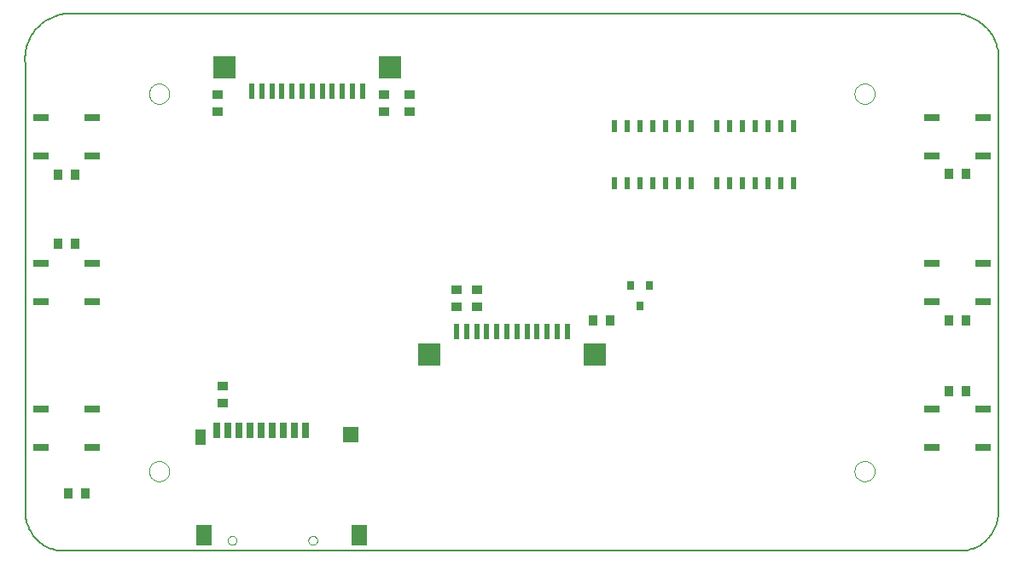
<source format=gtp>
G75*
%MOIN*%
%OFA0B0*%
%FSLAX24Y24*%
%IPPOS*%
%LPD*%
%AMOC8*
5,1,8,0,0,1.08239X$1,22.5*
%
%ADD10C,0.0050*%
%ADD11R,0.0370X0.0400*%
%ADD12R,0.0600X0.0300*%
%ADD13C,0.0000*%
%ADD14R,0.0400X0.0370*%
%ADD15R,0.0300X0.0600*%
%ADD16R,0.0400X0.0600*%
%ADD17R,0.0600X0.0800*%
%ADD18R,0.0600X0.0600*%
%ADD19R,0.0197X0.0591*%
%ADD20R,0.0866X0.0866*%
%ADD21R,0.0236X0.0472*%
%ADD22R,0.0315X0.0354*%
D10*
X016260Y007643D02*
X016260Y025143D01*
X016250Y025224D01*
X016244Y025306D01*
X016242Y025387D01*
X016244Y025469D01*
X016249Y025550D01*
X016258Y025631D01*
X016271Y025712D01*
X016288Y025792D01*
X016308Y025871D01*
X016332Y025949D01*
X016359Y026026D01*
X016390Y026102D01*
X016425Y026176D01*
X016463Y026248D01*
X016504Y026319D01*
X016548Y026387D01*
X016596Y026454D01*
X016646Y026518D01*
X016700Y026580D01*
X016756Y026639D01*
X016815Y026696D01*
X016876Y026749D01*
X016940Y026800D01*
X017006Y026848D01*
X017074Y026893D01*
X017145Y026935D01*
X017217Y026973D01*
X017291Y027008D01*
X017366Y027039D01*
X017443Y027067D01*
X017521Y027092D01*
X017600Y027113D01*
X017679Y027130D01*
X017760Y027143D01*
X052760Y027143D01*
X052841Y027130D01*
X052920Y027113D01*
X052999Y027092D01*
X053077Y027067D01*
X053154Y027039D01*
X053229Y027008D01*
X053303Y026973D01*
X053375Y026935D01*
X053446Y026893D01*
X053514Y026848D01*
X053580Y026800D01*
X053644Y026749D01*
X053705Y026696D01*
X053764Y026639D01*
X053820Y026580D01*
X053874Y026518D01*
X053924Y026454D01*
X053972Y026387D01*
X054016Y026319D01*
X054057Y026248D01*
X054095Y026176D01*
X054130Y026102D01*
X054161Y026026D01*
X054188Y025949D01*
X054212Y025871D01*
X054232Y025792D01*
X054249Y025712D01*
X054262Y025631D01*
X054271Y025550D01*
X054276Y025469D01*
X054278Y025387D01*
X054276Y025306D01*
X054270Y025224D01*
X054260Y025143D01*
X054260Y007643D01*
X054258Y007567D01*
X054252Y007491D01*
X054243Y007416D01*
X054229Y007341D01*
X054212Y007267D01*
X054191Y007194D01*
X054167Y007122D01*
X054138Y007051D01*
X054107Y006982D01*
X054072Y006915D01*
X054033Y006850D01*
X053991Y006786D01*
X053946Y006725D01*
X053898Y006666D01*
X053847Y006610D01*
X053793Y006556D01*
X053737Y006505D01*
X053678Y006457D01*
X053617Y006412D01*
X053553Y006370D01*
X053488Y006331D01*
X053421Y006296D01*
X053352Y006265D01*
X053281Y006236D01*
X053209Y006212D01*
X053136Y006191D01*
X053062Y006174D01*
X052987Y006160D01*
X052912Y006151D01*
X052836Y006145D01*
X052760Y006143D01*
X017760Y006143D01*
X017684Y006145D01*
X017608Y006151D01*
X017533Y006160D01*
X017458Y006174D01*
X017384Y006191D01*
X017311Y006212D01*
X017239Y006236D01*
X017168Y006265D01*
X017099Y006296D01*
X017032Y006331D01*
X016967Y006370D01*
X016903Y006412D01*
X016842Y006457D01*
X016783Y006505D01*
X016727Y006556D01*
X016673Y006610D01*
X016622Y006666D01*
X016574Y006725D01*
X016529Y006786D01*
X016487Y006850D01*
X016448Y006915D01*
X016413Y006982D01*
X016382Y007051D01*
X016353Y007122D01*
X016329Y007194D01*
X016308Y007267D01*
X016291Y007341D01*
X016277Y007416D01*
X016268Y007491D01*
X016262Y007567D01*
X016260Y007643D01*
D11*
X017925Y008393D03*
X018594Y008393D03*
X018194Y018143D03*
X017525Y018143D03*
X017525Y020843D03*
X018194Y020843D03*
X038425Y015143D03*
X039094Y015143D03*
X052325Y015143D03*
X052994Y015143D03*
X052994Y012393D03*
X052325Y012393D03*
X052325Y020893D03*
X052994Y020893D03*
D12*
X053660Y021593D03*
X053660Y023093D03*
X051660Y023093D03*
X051660Y021593D03*
X051660Y017393D03*
X051660Y015893D03*
X053660Y015893D03*
X053660Y017393D03*
X053660Y011693D03*
X053660Y010193D03*
X051660Y010193D03*
X051660Y011693D03*
X018860Y011693D03*
X016860Y011693D03*
X016860Y010193D03*
X018860Y010193D03*
X018860Y015893D03*
X016860Y015893D03*
X016860Y017393D03*
X018860Y017393D03*
X018860Y021593D03*
X016860Y021593D03*
X016860Y023093D03*
X018860Y023093D03*
D13*
X021086Y024025D02*
X021088Y024064D01*
X021094Y024103D01*
X021104Y024141D01*
X021117Y024178D01*
X021134Y024213D01*
X021154Y024247D01*
X021178Y024278D01*
X021205Y024307D01*
X021234Y024333D01*
X021266Y024356D01*
X021300Y024376D01*
X021336Y024392D01*
X021373Y024404D01*
X021412Y024413D01*
X021451Y024418D01*
X021490Y024419D01*
X021529Y024416D01*
X021568Y024409D01*
X021605Y024398D01*
X021642Y024384D01*
X021677Y024366D01*
X021710Y024345D01*
X021741Y024320D01*
X021769Y024293D01*
X021794Y024263D01*
X021816Y024230D01*
X021835Y024196D01*
X021850Y024160D01*
X021862Y024122D01*
X021870Y024084D01*
X021874Y024045D01*
X021874Y024005D01*
X021870Y023966D01*
X021862Y023928D01*
X021850Y023890D01*
X021835Y023854D01*
X021816Y023820D01*
X021794Y023787D01*
X021769Y023757D01*
X021741Y023730D01*
X021710Y023705D01*
X021677Y023684D01*
X021642Y023666D01*
X021605Y023652D01*
X021568Y023641D01*
X021529Y023634D01*
X021490Y023631D01*
X021451Y023632D01*
X021412Y023637D01*
X021373Y023646D01*
X021336Y023658D01*
X021300Y023674D01*
X021266Y023694D01*
X021234Y023717D01*
X021205Y023743D01*
X021178Y023772D01*
X021154Y023803D01*
X021134Y023837D01*
X021117Y023872D01*
X021104Y023909D01*
X021094Y023947D01*
X021088Y023986D01*
X021086Y024025D01*
X021086Y009261D02*
X021088Y009300D01*
X021094Y009339D01*
X021104Y009377D01*
X021117Y009414D01*
X021134Y009449D01*
X021154Y009483D01*
X021178Y009514D01*
X021205Y009543D01*
X021234Y009569D01*
X021266Y009592D01*
X021300Y009612D01*
X021336Y009628D01*
X021373Y009640D01*
X021412Y009649D01*
X021451Y009654D01*
X021490Y009655D01*
X021529Y009652D01*
X021568Y009645D01*
X021605Y009634D01*
X021642Y009620D01*
X021677Y009602D01*
X021710Y009581D01*
X021741Y009556D01*
X021769Y009529D01*
X021794Y009499D01*
X021816Y009466D01*
X021835Y009432D01*
X021850Y009396D01*
X021862Y009358D01*
X021870Y009320D01*
X021874Y009281D01*
X021874Y009241D01*
X021870Y009202D01*
X021862Y009164D01*
X021850Y009126D01*
X021835Y009090D01*
X021816Y009056D01*
X021794Y009023D01*
X021769Y008993D01*
X021741Y008966D01*
X021710Y008941D01*
X021677Y008920D01*
X021642Y008902D01*
X021605Y008888D01*
X021568Y008877D01*
X021529Y008870D01*
X021490Y008867D01*
X021451Y008868D01*
X021412Y008873D01*
X021373Y008882D01*
X021336Y008894D01*
X021300Y008910D01*
X021266Y008930D01*
X021234Y008953D01*
X021205Y008979D01*
X021178Y009008D01*
X021154Y009039D01*
X021134Y009073D01*
X021117Y009108D01*
X021104Y009145D01*
X021094Y009183D01*
X021088Y009222D01*
X021086Y009261D01*
X024161Y006552D02*
X024163Y006578D01*
X024169Y006604D01*
X024178Y006628D01*
X024191Y006651D01*
X024208Y006671D01*
X024227Y006689D01*
X024249Y006704D01*
X024272Y006715D01*
X024297Y006723D01*
X024323Y006727D01*
X024349Y006727D01*
X024375Y006723D01*
X024400Y006715D01*
X024424Y006704D01*
X024445Y006689D01*
X024464Y006671D01*
X024481Y006651D01*
X024494Y006628D01*
X024503Y006604D01*
X024509Y006578D01*
X024511Y006552D01*
X024509Y006526D01*
X024503Y006500D01*
X024494Y006476D01*
X024481Y006453D01*
X024464Y006433D01*
X024445Y006415D01*
X024423Y006400D01*
X024400Y006389D01*
X024375Y006381D01*
X024349Y006377D01*
X024323Y006377D01*
X024297Y006381D01*
X024272Y006389D01*
X024248Y006400D01*
X024227Y006415D01*
X024208Y006433D01*
X024191Y006453D01*
X024178Y006476D01*
X024169Y006500D01*
X024163Y006526D01*
X024161Y006552D01*
X027310Y006552D02*
X027312Y006578D01*
X027318Y006604D01*
X027327Y006628D01*
X027340Y006651D01*
X027357Y006671D01*
X027376Y006689D01*
X027398Y006704D01*
X027421Y006715D01*
X027446Y006723D01*
X027472Y006727D01*
X027498Y006727D01*
X027524Y006723D01*
X027549Y006715D01*
X027573Y006704D01*
X027594Y006689D01*
X027613Y006671D01*
X027630Y006651D01*
X027643Y006628D01*
X027652Y006604D01*
X027658Y006578D01*
X027660Y006552D01*
X027658Y006526D01*
X027652Y006500D01*
X027643Y006476D01*
X027630Y006453D01*
X027613Y006433D01*
X027594Y006415D01*
X027572Y006400D01*
X027549Y006389D01*
X027524Y006381D01*
X027498Y006377D01*
X027472Y006377D01*
X027446Y006381D01*
X027421Y006389D01*
X027397Y006400D01*
X027376Y006415D01*
X027357Y006433D01*
X027340Y006453D01*
X027327Y006476D01*
X027318Y006500D01*
X027312Y006526D01*
X027310Y006552D01*
X048645Y009261D02*
X048647Y009300D01*
X048653Y009339D01*
X048663Y009377D01*
X048676Y009414D01*
X048693Y009449D01*
X048713Y009483D01*
X048737Y009514D01*
X048764Y009543D01*
X048793Y009569D01*
X048825Y009592D01*
X048859Y009612D01*
X048895Y009628D01*
X048932Y009640D01*
X048971Y009649D01*
X049010Y009654D01*
X049049Y009655D01*
X049088Y009652D01*
X049127Y009645D01*
X049164Y009634D01*
X049201Y009620D01*
X049236Y009602D01*
X049269Y009581D01*
X049300Y009556D01*
X049328Y009529D01*
X049353Y009499D01*
X049375Y009466D01*
X049394Y009432D01*
X049409Y009396D01*
X049421Y009358D01*
X049429Y009320D01*
X049433Y009281D01*
X049433Y009241D01*
X049429Y009202D01*
X049421Y009164D01*
X049409Y009126D01*
X049394Y009090D01*
X049375Y009056D01*
X049353Y009023D01*
X049328Y008993D01*
X049300Y008966D01*
X049269Y008941D01*
X049236Y008920D01*
X049201Y008902D01*
X049164Y008888D01*
X049127Y008877D01*
X049088Y008870D01*
X049049Y008867D01*
X049010Y008868D01*
X048971Y008873D01*
X048932Y008882D01*
X048895Y008894D01*
X048859Y008910D01*
X048825Y008930D01*
X048793Y008953D01*
X048764Y008979D01*
X048737Y009008D01*
X048713Y009039D01*
X048693Y009073D01*
X048676Y009108D01*
X048663Y009145D01*
X048653Y009183D01*
X048647Y009222D01*
X048645Y009261D01*
X048645Y024025D02*
X048647Y024064D01*
X048653Y024103D01*
X048663Y024141D01*
X048676Y024178D01*
X048693Y024213D01*
X048713Y024247D01*
X048737Y024278D01*
X048764Y024307D01*
X048793Y024333D01*
X048825Y024356D01*
X048859Y024376D01*
X048895Y024392D01*
X048932Y024404D01*
X048971Y024413D01*
X049010Y024418D01*
X049049Y024419D01*
X049088Y024416D01*
X049127Y024409D01*
X049164Y024398D01*
X049201Y024384D01*
X049236Y024366D01*
X049269Y024345D01*
X049300Y024320D01*
X049328Y024293D01*
X049353Y024263D01*
X049375Y024230D01*
X049394Y024196D01*
X049409Y024160D01*
X049421Y024122D01*
X049429Y024084D01*
X049433Y024045D01*
X049433Y024005D01*
X049429Y023966D01*
X049421Y023928D01*
X049409Y023890D01*
X049394Y023854D01*
X049375Y023820D01*
X049353Y023787D01*
X049328Y023757D01*
X049300Y023730D01*
X049269Y023705D01*
X049236Y023684D01*
X049201Y023666D01*
X049164Y023652D01*
X049127Y023641D01*
X049088Y023634D01*
X049049Y023631D01*
X049010Y023632D01*
X048971Y023637D01*
X048932Y023646D01*
X048895Y023658D01*
X048859Y023674D01*
X048825Y023694D01*
X048793Y023717D01*
X048764Y023743D01*
X048737Y023772D01*
X048713Y023803D01*
X048693Y023837D01*
X048676Y023872D01*
X048663Y023909D01*
X048653Y023947D01*
X048647Y023986D01*
X048645Y024025D01*
D14*
X033882Y016353D03*
X033094Y016353D03*
X033094Y015684D03*
X033882Y015684D03*
X023960Y012578D03*
X023960Y011909D03*
X023760Y023309D03*
X023760Y023978D03*
X030260Y023978D03*
X031260Y023978D03*
X031260Y023309D03*
X030260Y023309D03*
D15*
X027210Y010843D03*
X026777Y010843D03*
X026344Y010843D03*
X025911Y010843D03*
X025478Y010843D03*
X025045Y010843D03*
X024611Y010843D03*
X024178Y010843D03*
X023745Y010843D03*
D16*
X023097Y010607D03*
D17*
X023234Y006759D03*
X029297Y006759D03*
D18*
X028974Y010689D03*
D19*
X033094Y014735D03*
X033488Y014735D03*
X033882Y014735D03*
X034275Y014735D03*
X034669Y014735D03*
X035063Y014735D03*
X035456Y014735D03*
X035850Y014735D03*
X036244Y014735D03*
X036637Y014735D03*
X037031Y014735D03*
X037425Y014735D03*
X029425Y024139D03*
X029031Y024139D03*
X028637Y024139D03*
X028244Y024139D03*
X027850Y024139D03*
X027456Y024139D03*
X027063Y024139D03*
X026669Y024139D03*
X026275Y024139D03*
X025882Y024139D03*
X025488Y024139D03*
X025094Y024139D03*
D20*
X024031Y025043D03*
X030488Y025043D03*
X032031Y013830D03*
X038488Y013830D03*
D21*
X039260Y020541D03*
X039760Y020541D03*
X040260Y020541D03*
X040760Y020541D03*
X041260Y020541D03*
X041760Y020541D03*
X042260Y020541D03*
X043260Y020541D03*
X043760Y020541D03*
X044260Y020541D03*
X044760Y020541D03*
X045260Y020541D03*
X045760Y020541D03*
X046260Y020541D03*
X046260Y022746D03*
X045760Y022746D03*
X045260Y022746D03*
X044760Y022746D03*
X044260Y022746D03*
X043760Y022746D03*
X043260Y022746D03*
X042260Y022746D03*
X041760Y022746D03*
X041260Y022746D03*
X040760Y022746D03*
X040260Y022746D03*
X039760Y022746D03*
X039260Y022746D03*
D22*
X039885Y016537D03*
X040634Y016537D03*
X040260Y015710D03*
M02*

</source>
